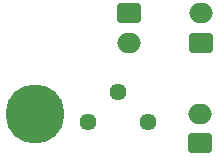
<source format=gbr>
%TF.GenerationSoftware,KiCad,Pcbnew,9.0.0*%
%TF.CreationDate,2025-03-22T17:47:37+01:00*%
%TF.ProjectId,FanControles,46616e43-6f6e-4747-926f-6c65732e6b69,rev?*%
%TF.SameCoordinates,Original*%
%TF.FileFunction,Copper,L2,Bot*%
%TF.FilePolarity,Positive*%
%FSLAX46Y46*%
G04 Gerber Fmt 4.6, Leading zero omitted, Abs format (unit mm)*
G04 Created by KiCad (PCBNEW 9.0.0) date 2025-03-22 17:47:37*
%MOMM*%
%LPD*%
G01*
G04 APERTURE LIST*
G04 Aperture macros list*
%AMRoundRect*
0 Rectangle with rounded corners*
0 $1 Rounding radius*
0 $2 $3 $4 $5 $6 $7 $8 $9 X,Y pos of 4 corners*
0 Add a 4 corners polygon primitive as box body*
4,1,4,$2,$3,$4,$5,$6,$7,$8,$9,$2,$3,0*
0 Add four circle primitives for the rounded corners*
1,1,$1+$1,$2,$3*
1,1,$1+$1,$4,$5*
1,1,$1+$1,$6,$7*
1,1,$1+$1,$8,$9*
0 Add four rect primitives between the rounded corners*
20,1,$1+$1,$2,$3,$4,$5,0*
20,1,$1+$1,$4,$5,$6,$7,0*
20,1,$1+$1,$6,$7,$8,$9,0*
20,1,$1+$1,$8,$9,$2,$3,0*%
G04 Aperture macros list end*
%TA.AperFunction,ComponentPad*%
%ADD10RoundRect,0.250000X0.750000X-0.600000X0.750000X0.600000X-0.750000X0.600000X-0.750000X-0.600000X0*%
%TD*%
%TA.AperFunction,ComponentPad*%
%ADD11O,2.000000X1.700000*%
%TD*%
%TA.AperFunction,ComponentPad*%
%ADD12RoundRect,0.250000X-0.750000X0.600000X-0.750000X-0.600000X0.750000X-0.600000X0.750000X0.600000X0*%
%TD*%
%TA.AperFunction,ComponentPad*%
%ADD13C,1.440000*%
%TD*%
%TA.AperFunction,ViaPad*%
%ADD14C,5.000000*%
%TD*%
G04 APERTURE END LIST*
D10*
%TO.P,P1,1,1*%
%TO.N,/+24v*%
X151000000Y-91000000D03*
D11*
%TO.P,P1,2,2*%
%TO.N,/Fan*%
X151000000Y-88500000D03*
%TD*%
D10*
%TO.P,P3,1,1*%
%TO.N,/+24v*%
X151050000Y-82500000D03*
D11*
%TO.P,P3,2,2*%
%TO.N,Net-(Q1-G)*%
X151050000Y-80000000D03*
%TD*%
D12*
%TO.P,P2,1,1*%
%TO.N,GND*%
X145000000Y-80000000D03*
D11*
%TO.P,P2,2,2*%
%TO.N,/+24v*%
X145000000Y-82500000D03*
%TD*%
D13*
%TO.P,RV1,1,1*%
%TO.N,GND*%
X141500000Y-89225000D03*
%TO.P,RV1,2,2*%
X144040000Y-86685000D03*
%TO.P,RV1,3,3*%
%TO.N,Net-(Q1-G)*%
X146580000Y-89225000D03*
%TD*%
D14*
%TO.N,*%
X137000000Y-88500000D03*
%TD*%
M02*

</source>
